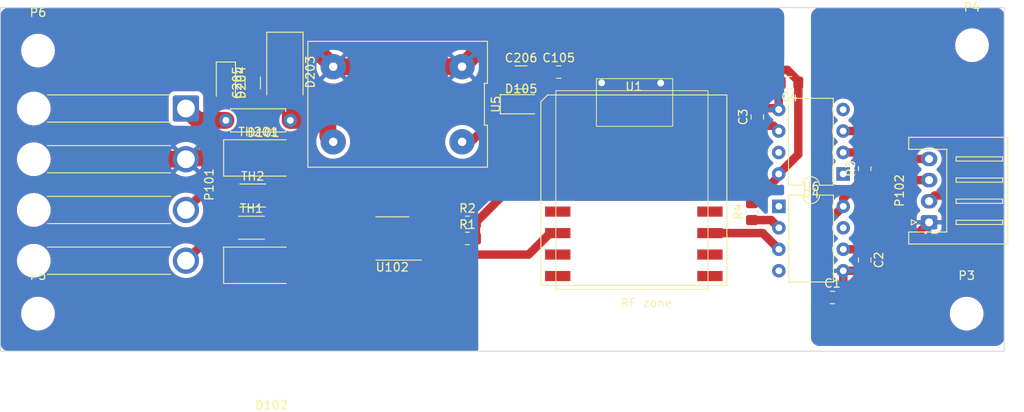
<source format=kicad_pcb>
(kicad_pcb (version 20221018) (generator pcbnew)
  (layers (0 "F.Cu" signal) (31 "B.Cu" signal) (34 "B.Paste" user) (35 "F.Paste" user) (36 "B.SilkS" user "B.Silkscreen") (37 "F.SilkS" user "F.Silkscreen") (38 "B.Mask" user) (39 "F.Mask" user) (44 "Edge.Cuts" user))
  (net 0 "")
  (net 1 "5V BMS")
  (net 2 "GND BMS")
  (net 3 "TX to BMS")
  (net 4 "GND")
  (net 5 "3v3")
  (net 6 "5V")
  (net 7 "Net-(D203-K)")
  (net 8 "5.8V")
  (net 9 "Net-(D101-K)")
  (net 10 "Net-(D102-K)")
  (net 11 "12v")
  (net 12 "CAN-H")
  (net 13 "CAN-L")
  (net 14 "RX from BMS")
  (net 15 "CAN-RX")
  (net 16 "Net-(U102-RXD)")
  (net 17 "Net-(U4-A)")
  (net 18 "Net-(U6-A)")
  (net 23 "CAN-TX")
  (net 36 "BMS-RX")
  (net 37 "BMS-TX")
  (footprint "MountingHole:MountingHole_3.5mm" (layer "F.Cu") (at 127.635 44.45)
    (fp_text reference "P4" (at 0 -4.5) (layer "F.SilkS"))
    (fp_text value "CONN_1")
    (pad "" np_thru_hole circle (at 0 0) (size 3.5 3.5) (drill 3.5) (layers "*.Cu" "*.Mask"))
  )
  (footprint "Resistor_THT:R_Axial_DIN0207_L6.3mm_D2.5mm_P7.62mm_Horizontal" (layer "F.Cu") (at 46.99 53.34 180)
    (fp_text reference "TH201" (at 3.81 -1.37) (layer "F.SilkS"))
    (fp_text value "500mA Thermistor")
    (fp_line (start 0.54 -1.37) (end 7.08 -1.37) (stroke (width 0.12)) (layer "F.SilkS"))
    (fp_line (start 0.54 -1.04) (end 0.54 -1.37) (stroke (width 0.12)) (layer "F.SilkS"))
    (fp_line (start 0.54 1.04) (end 0.54 1.37) (stroke (width 0.12)) (layer "F.SilkS"))
    (fp_line (start 0.54 1.37) (end 7.08 1.37) (stroke (width 0.12)) (layer "F.SilkS"))
    (fp_line (start 7.08 -1.37) (end 7.08 -1.04) (stroke (width 0.12)) (layer "F.SilkS"))
    (fp_line (start 7.08 1.37) (end 7.08 1.04) (stroke (width 0.12)) (layer "F.SilkS"))
    (pad "1" thru_hole circle (at 0 0 180) (size 1.6 1.6) (drill 0.8) (layers "*.Cu" "*.Mask") (net 7 "Net-(D203-K)"))
    (pad "2" thru_hole oval (at 7.62 0 180) (size 1.6 1.6) (drill 0.8) (layers "*.Cu" "*.Mask") (net 11 "12v"))
  )
  (footprint "Diode_SMD:D_SMB_Handsoldering" (layer "F.Cu") (at 43.815 70.485)
    (fp_text reference "D102" (at 0.9528 16.5326) (layer "F.SilkS"))
    (fp_text value "SMBJ30CA-TR TSV")
    (fp_line (start -4.71 -2.15) (end -4.71 2.15) (stroke (width 0.12)) (layer "F.SilkS"))
    (fp_line (start -4.71 -2.15) (end 2.7 -2.15) (stroke (width 0.12)) (layer "F.SilkS"))
    (fp_line (start -4.71 2.15) (end 2.7 2.15) (stroke (width 0.12)) (layer "F.SilkS"))
    (pad "1" smd roundrect (at -2.7 0) (size 3.5 2.3) (layers "F.Cu" "F.Paste" "F.Mask") (roundrect_rratio 0.1086956522) (net 4 "GND"))
    (pad "2" smd roundrect (at 2.7 0) (size 3.5 2.3) (layers "F.Cu" "F.Paste" "F.Mask") (roundrect_rratio 0.1086956522) (net 10 "Net-(D102-K)"))
  )
  (footprint "Capacitor_SMD:C_0805_2012Metric_Pad1.18x1.45mm_HandSolder" (layer "F.Cu") (at 114.935 69.85 -90)
    (fp_text reference "C2" (at 0 -1.68 90) (layer "F.SilkS"))
    (fp_text value "15pF")
    (fp_line (start -0.261252 -0.735) (end 0.261252 -0.735) (stroke (width 0.12)) (layer "F.SilkS"))
    (fp_line (start -0.261252 0.735) (end 0.261252 0.735) (stroke (width 0.12)) (layer "F.SilkS"))
    (pad "1" smd roundrect (at -1.0375 0 270) (size 1.175 1.45) (layers "F.Cu" "F.Paste" "F.Mask") (roundrect_rratio 0.212766) (net 3 "TX to BMS"))
    (pad "2" smd roundrect (at 1.0375 0 270) (size 1.175 1.45) (layers "F.Cu" "F.Paste" "F.Mask") (roundrect_rratio 0.212766) (net 2 "GND BMS"))
  )
  (footprint "Capacitor_SMD:C_1206_3216Metric_Pad1.33x1.80mm_HandSolder" (layer "F.Cu") (at 42.545 48.895 90)
    (fp_text reference "C205" (at 0 -1.85 90) (layer "F.SilkS"))
    (fp_text value "100uF")
    (fp_line (start -0.711252 -0.91) (end 0.711252 -0.91) (stroke (width 0.12)) (layer "F.SilkS"))
    (fp_line (start -0.711252 0.91) (end 0.711252 0.91) (stroke (width 0.12)) (layer "F.SilkS"))
    (pad "1" smd roundrect (at -1.5625 0 90) (size 1.325 1.8) (layers "F.Cu" "F.Paste" "F.Mask") (roundrect_rratio 0.188679) (net 7 "Net-(D203-K)"))
    (pad "2" smd roundrect (at 1.5625 0 90) (size 1.325 1.8) (layers "F.Cu" "F.Paste" "F.Mask") (roundrect_rratio 0.188679) (net 4 "GND"))
  )
  (footprint "Capacitor_SMD:C_0805_2012Metric_Pad1.18x1.45mm_HandSolder" (layer "F.Cu") (at 111.125 74.295)
    (fp_text reference "C1" (at 0 -1.68) (layer "F.SilkS"))
    (fp_text value "100nF")
    (fp_line (start -0.261252 -0.735) (end 0.261252 -0.735) (stroke (width 0.12)) (layer "F.SilkS"))
    (fp_line (start -0.261252 0.735) (end 0.261252 0.735) (stroke (width 0.12)) (layer "F.SilkS"))
    (pad "1" smd roundrect (at -1.0375 0) (size 1.175 1.45) (layers "F.Cu" "F.Paste" "F.Mask") (roundrect_rratio 0.212766) (net 1 "5V BMS"))
    (pad "2" smd roundrect (at 1.0375 0) (size 1.175 1.45) (layers "F.Cu" "F.Paste" "F.Mask") (roundrect_rratio 0.212766) (net 2 "GND BMS"))
  )
  (footprint "Package_SO:SOIC-8_3.9x4.9mm_P1.27mm" (layer "F.Cu") (at 59.055 67.31 180)
    (fp_text reference "U102" (at 0 -3.4) (layer "F.SilkS"))
    (fp_text value "TJA1050")
    (fp_line (start 0 -2.56) (end -3.45 -2.56) (stroke (width 0.12)) (layer "F.SilkS"))
    (fp_line (start 0 -2.56) (end 1.95 -2.56) (stroke (width 0.12)) (layer "F.SilkS"))
    (fp_line (start 0 2.56) (end -1.95 2.56) (stroke (width 0.12)) (layer "F.SilkS"))
    (fp_line (start 0 2.56) (end 1.95 2.56) (stroke (width 0.12)) (layer "F.SilkS"))
    (pad "1" smd roundrect (at -2.475 -1.905 180) (size 1.95 0.6) (layers "F.Cu" "F.Paste" "F.Mask") (net 23 "CAN-TX"))
    (pad "2" smd roundrect (at -2.475 -0.635 180) (size 1.95 0.6) (layers "F.Cu" "F.Paste" "F.Mask") (net 4 "GND"))
    (pad "3" smd roundrect (at -2.475 0.635 180) (size 1.95 0.6) (layers "F.Cu" "F.Paste" "F.Mask") (net 6 "5V"))
    (pad "4" smd roundrect (at -2.475 1.905 180) (size 1.95 0.6) (layers "F.Cu" "F.Paste" "F.Mask") (net 16 "Net-(U102-RXD)"))
    (pad "5" smd roundrect (at 2.475 1.905 180) (size 1.95 0.6) (layers "F.Cu" "F.Paste" "F.Mask"))
    (pad "6" smd roundrect (at 2.475 0.635 180) (size 1.95 0.6) (layers "F.Cu" "F.Paste" "F.Mask") (net 9 "Net-(D101-K)"))
    (pad "7" smd roundrect (at 2.475 -0.635 180) (size 1.95 0.6) (layers "F.Cu" "F.Paste" "F.Mask") (net 10 "Net-(D102-K)"))
    (pad "8" smd roundrect (at 2.475 -1.905 180) (size 1.95 0.6) (layers "F.Cu" "F.Paste" "F.Mask") (net 4 "GND"))
  )
  (footprint "Diode_SMD:D_1206_3216Metric_Pad1.42x1.75mm_HandSolder" (layer "F.Cu") (at 39.37 48.895 -90)
    (fp_text reference "D204" (at 0 -1.82 90) (layer "F.SilkS"))
    (fp_text value "1N5819")
    (fp_line (start -2.46 -1.135) (end -2.46 1.135) (stroke (width 0.12)) (layer "F.SilkS"))
    (fp_line (start -2.46 1.135) (end 1.6 1.135) (stroke (width 0.12)) (layer "F.SilkS"))
    (fp_line (start 1.6 -1.135) (end -2.46 -1.135) (stroke (width 0.12)) (layer "F.SilkS"))
    (pad "1" smd roundrect (at -1.4875 0 270) (size 1.425 1.75) (layers "F.Cu" "F.Paste" "F.Mask") (roundrect_rratio 0.175439) (net 4 "GND"))
    (pad "2" smd roundrect (at 1.4875 0 270) (size 1.425 1.75) (layers "F.Cu" "F.Paste" "F.Mask") (roundrect_rratio 0.175439) (net 7 "Net-(D203-K)"))
  )
  (footprint "Resistor_SMD:R_2010_5025Metric_Pad1.40x2.65mm_HandSolder" (layer "F.Cu") (at 42.545 62.23)
    (fp_text reference "TH2" (at 0 -2.28) (layer "F.SilkS"))
    (fp_text value "Thermistor")
    (fp_line (start -1.527064 -1.36) (end 1.527064 -1.36) (stroke (width 0.12)) (layer "F.SilkS"))
    (fp_line (start -1.527064 1.36) (end 1.527064 1.36) (stroke (width 0.12)) (layer "F.SilkS"))
    (pad "1" smd roundrect (at -2.4 0) (size 1.4 2.65) (layers "F.Cu" "F.Paste" "F.Mask") (roundrect_rratio 0.178571) (net 13 "CAN-L"))
    (pad "2" smd roundrect (at 2.4 0) (size 1.4 2.65) (layers "F.Cu" "F.Paste" "F.Mask") (roundrect_rratio 0.178571) (net 9 "Net-(D101-K)"))
  )
  (footprint "Resistor_SMD:R_0805_2012Metric_Pad1.20x1.40mm_HandSolder" (layer "F.Cu") (at 67.945 65.405)
    (fp_text reference "R2" (at 0 -1.65) (layer "F.SilkS"))
    (fp_text value "2.2K")
    (fp_line (start -0.227064 -0.735) (end 0.227064 -0.735) (stroke (width 0.12)) (layer "F.SilkS"))
    (fp_line (start -0.227064 0.735) (end 0.227064 0.735) (stroke (width 0.12)) (layer "F.SilkS"))
    (pad "1" smd roundrect (at -1 0) (size 1.2 1.4) (layers "F.Cu" "F.Paste" "F.Mask") (roundrect_rratio 0.208333) (net 16 "Net-(U102-RXD)"))
    (pad "2" smd roundrect (at 1 0) (size 1.2 1.4) (layers "F.Cu" "F.Paste" "F.Mask") (roundrect_rratio 0.208333) (net 15 "CAN-RX"))
  )
  (footprint "Diode_SMD:D_SMB_Handsoldering" (layer "F.Cu") (at 43.815 57.785)
    (fp_text reference "D101" (at 0 -3) (layer "F.SilkS"))
    (fp_text value "SMBJ30CA-TR TSV")
    (fp_line (start -4.71 -2.15) (end -4.71 2.15) (stroke (width 0.12)) (layer "F.SilkS"))
    (fp_line (start -4.71 -2.15) (end 2.7 -2.15) (stroke (width 0.12)) (layer "F.SilkS"))
    (fp_line (start -4.71 2.15) (end 2.7 2.15) (stroke (width 0.12)) (layer "F.SilkS"))
    (pad "1" smd roundrect (at -2.7 0) (size 3.5 2.3) (layers "F.Cu" "F.Paste" "F.Mask") (roundrect_rratio 0.1086956522) (net 4 "GND"))
    (pad "2" smd roundrect (at 2.7 0) (size 3.5 2.3) (layers "F.Cu" "F.Paste" "F.Mask") (roundrect_rratio 0.1086956522) (net 9 "Net-(D101-K)"))
  )
  (footprint "Resistor_SMD:R_2010_5025Metric_Pad1.40x2.65mm_HandSolder" (layer "F.Cu") (at 42.405 66.04)
    (fp_text reference "TH1" (at 0 -2.28) (layer "F.SilkS"))
    (fp_text value "Thermistor")
    (fp_line (start -1.527064 -1.36) (end 1.527064 -1.36) (stroke (width 0.12)) (layer "F.SilkS"))
    (fp_line (start -1.527064 1.36) (end 1.527064 1.36) (stroke (width 0.12)) (layer "F.SilkS"))
    (pad "1" smd roundrect (at -2.4 0) (size 1.4 2.65) (layers "F.Cu" "F.Paste" "F.Mask") (roundrect_rratio 0.178571) (net 12 "CAN-H"))
    (pad "2" smd roundrect (at 2.4 0) (size 1.4 2.65) (layers "F.Cu" "F.Paste" "F.Mask") (roundrect_rratio 0.178571) (net 10 "Net-(D102-K)"))
  )
  (footprint "Package_DIP:DIP-8_W7.62mm" (layer "F.Cu") (at 104.785 63.51)
    (fp_text reference "U6" (at 3.81 -2.33) (layer "F.SilkS"))
    (fp_text value "6N137")
    (fp_line (start 1.16 -1.33) (end 1.16 8.95) (stroke (width 0.12)) (layer "F.SilkS"))
    (fp_line (start 1.16 8.95) (end 6.46 8.95) (stroke (width 0.12)) (layer "F.SilkS"))
    (fp_line (start 2.81 -1.33) (end 1.16 -1.33) (stroke (width 0.12)) (layer "F.SilkS"))
    (fp_line (start 6.46 -1.33) (end 4.81 -1.33) (stroke (width 0.12)) (layer "F.SilkS"))
    (fp_line (start 6.46 8.95) (end 6.46 -1.33) (stroke (width 0.12)) (layer "F.SilkS"))
    (fp_arc (start 4.81 -1.33) (mid 3.81 -0.33) (end 2.81 -1.33) (stroke (width 0.12)) (layer "F.SilkS"))
    (pad "1" thru_hole rect (at 0 0) (size 1.6 1.6) (drill 0.8) (layers "*.Cu" "*.Mask"))
    (pad "2" thru_hole oval (at 0 2.54) (size 1.6 1.6) (drill 0.8) (layers "*.Cu" "*.Mask") (net 18 "Net-(U6-A)"))
    (pad "3" thru_hole oval (at 0 5.08) (size 1.6 1.6) (drill 0.8) (layers "*.Cu" "*.Mask") (net 37 "BMS-TX"))
    (pad "4" thru_hole oval (at 0 7.62) (size 1.6 1.6) (drill 0.8) (layers "*.Cu" "*.Mask"))
    (pad "5" thru_hole oval (at 7.62 7.62) (size 1.6 1.6) (drill 0.8) (layers "*.Cu" "*.Mask") (net 2 "GND BMS"))
    (pad "6" thru_hole oval (at 7.62 5.08) (size 1.6 1.6) (drill 0.8) (layers "*.Cu" "*.Mask") (net 3 "TX to BMS"))
    (pad "7" thru_hole oval (at 7.62 2.54) (size 1.6 1.6) (drill 0.8) (layers "*.Cu" "*.Mask"))
    (pad "8" thru_hole oval (at 7.62 0) (size 1.6 1.6) (drill 0.8) (layers "*.Cu" "*.Mask") (net 1 "5V BMS"))
  )
  (footprint "MountingHole:MountingHole_3.5mm" (layer "F.Cu") (at 127 76.2)
    (fp_text reference "P3" (at 0 -4.5) (layer "F.SilkS"))
    (fp_text value "CONN_1")
    (pad "" np_thru_hole circle (at 0 0) (size 3.5 3.5) (drill 3.5) (layers "*.Cu" "*.Mask"))
  )
  (footprint "Diode_SMD:D_SMB_Handsoldering" (layer "F.Cu") (at 46.355 47.625 -90)
    (fp_text reference "D203" (at 0 -3 -90) (layer "F.SilkS"))
    (fp_text value "SMBJ30CA-TR TSV")
    (fp_line (start -4.71 -2.15) (end -4.71 2.15) (stroke (width 0.12)) (layer "F.SilkS"))
    (fp_line (start -4.71 -2.15) (end 2.7 -2.15) (stroke (width 0.12)) (layer "F.SilkS"))
    (fp_line (start -4.71 2.15) (end 2.7 2.15) (stroke (width 0.12)) (layer "F.SilkS"))
    (pad "1" smd roundrect (at -2.7 0 270) (size 3.5 2.3) (layers "F.Cu" "F.Paste" "F.Mask") (roundrect_rratio 0.1086956522) (net 4 "GND"))
    (pad "2" smd roundrect (at 2.7 0 270) (size 3.5 2.3) (layers "F.Cu" "F.Paste" "F.Mask") (roundrect_rratio 0.1086956522) (net 7 "Net-(D203-K)"))
  )
  (footprint "Capacitor_SMD:C_0805_2012Metric_Pad1.18x1.45mm_HandSolder" (layer "F.Cu") (at 102.235 52.9375 90)
    (fp_text reference "C3" (at 0 -1.68 90) (layer "F.SilkS"))
    (fp_text value "15pF")
    (fp_line (start -0.261252 -0.735) (end 0.261252 -0.735) (stroke (width 0.12)) (layer "F.SilkS"))
    (fp_line (start -0.261252 0.735) (end 0.261252 0.735) (stroke (width 0.12)) (layer "F.SilkS"))
    (pad "1" smd roundrect (at -1.0375 0 90) (size 1.175 1.45) (layers "F.Cu" "F.Paste" "F.Mask") (roundrect_rratio 0.212766) (net 36 "BMS-RX"))
    (pad "2" smd roundrect (at 1.0375 0 90) (size 1.175 1.45) (layers "F.Cu" "F.Paste" "F.Mask") (roundrect_rratio 0.212766) (net 4 "GND"))
  )
  (footprint "Connector_Wire:SolderWire-1.5sqmm_1x04_P6mm_D1.7mm_OD3mm_Relief" (layer "F.Cu") (at 34.6456 51.9374 -90)
    (fp_text reference "P101" (at 9 -2.75 90) (layer "F.SilkS"))
    (fp_text value "CAN")
    (fp_line (start -1.61 1.81) (end -1.61 16.39) (stroke (width 0.12)) (layer "F.SilkS"))
    (fp_line (start 1.61 1.81) (end 1.61 16.39) (stroke (width 0.12)) (layer "F.SilkS"))
    (fp_line (start 4.39 1.81) (end 4.39 16.39) (stroke (width 0.12)) (layer "F.SilkS"))
    (fp_line (start 7.61 1.81) (end 7.61 16.39) (stroke (width 0.12)) (layer "F.SilkS"))
    (fp_line (start 10.39 1.81) (end 10.39 16.39) (stroke (width 0.12)) (layer "F.SilkS"))
    (fp_line (start 13.61 1.81) (end 13.61 16.39) (stroke (width 0.12)) (layer "F.SilkS"))
    (fp_line (start 16.39 1.81) (end 16.39 16.39) (stroke (width 0.12)) (layer "F.SilkS"))
    (fp_line (start 19.61 1.81) (end 19.61 16.39) (stroke (width 0.12)) (layer "F.SilkS"))
    (pad "" np_thru_hole circle (at 0 18 270) (size 3.5 3.5) (drill 3.5) (layers "*.Cu" "*.Mask"))
    (pad "" np_thru_hole circle (at 6 18 270) (size 3.5 3.5) (drill 3.5) (layers "*.Cu" "*.Mask"))
    (pad "" np_thru_hole circle (at 12 18 270) (size 3.5 3.5) (drill 3.5) (layers "*.Cu" "*.Mask"))
    (pad "" np_thru_hole circle (at 18 18 270) (size 3.5 3.5) (drill 3.5) (layers "*.Cu" "*.Mask"))
    (pad "1" thru_hole roundrect (at 0 0 270) (size 3.1 3.1) (drill 2.1) (layers "*.Cu" "*.Mask") (roundrect_rratio 0.080645) (net 11 "12v"))
    (pad "2" thru_hole circle (at 6 0 270) (size 3.1 3.1) (drill 2.1) (layers "*.Cu" "*.Mask") (net 4 "GND"))
    (pad "3" thru_hole circle (at 12 0 270) (size 3.1 3.1) (drill 2.1) (layers "*.Cu" "*.Mask") (net 13 "CAN-L"))
    (pad "4" thru_hole circle (at 18 0 270) (size 3.1 3.1) (drill 2.1) (layers "*.Cu" "*.Mask") (net 12 "CAN-H"))
  )
  (footprint "Resistor_SMD:R_0805_2012Metric_Pad1.20x1.40mm_HandSolder" (layer "F.Cu") (at 67.945 67.31)
    (fp_text reference "R1" (at 0 -1.65) (layer "F.SilkS"))
    (fp_text value "3.3K")
    (fp_line (start -0.227064 -0.735) (end 0.227064 -0.735) (stroke (width 0.12)) (layer "F.SilkS"))
    (fp_line (start -0.227064 0.735) (end 0.227064 0.735) (stroke (width 0.12)) (layer "F.SilkS"))
    (pad "1" smd roundrect (at -1 0) (size 1.2 1.4) (layers "F.Cu" "F.Paste" "F.Mask") (roundrect_rratio 0.208333) (net 4 "GND"))
    (pad "2" smd roundrect (at 1 0) (size 1.2 1.4) (layers "F.Cu" "F.Paste" "F.Mask") (roundrect_rratio 0.208333) (net 15 "CAN-RX"))
  )
  (footprint "iebSpecials:ESP-C3-Zero-Waveshare" (layer "F.Cu") (at 78.38 51.395)
    (fp_text reference "U1" (at 9.25 -2.06) (layer "F.SilkS"))
    (fp_text value "ESP32-C3-Waveshare")
    (fp_text user "RF zone" (at 7.62 24.13 unlocked) (layer "F.SilkS") (effects (font (thickness 0.1)) (justify left bottom)))
    (fp_line (start -1.75 -0.26) (end -0.95 -1.06) (stroke (width 0.12)) (layer "F.SilkS"))
    (fp_line (start -1.75 21.46) (end -1.75 -0.26) (stroke (width 0.12)) (layer "F.SilkS"))
    (fp_line (start -0.95 -1.06) (end 20.25 -1.06) (stroke (width 0.12)) (layer "F.SilkS"))
    (fp_line (start 20.25 -1.06) (end 20.25 21.46) (stroke (width 0.12)) (layer "F.SilkS"))
    (fp_line (start 20.25 21.46) (end -1.75 21.46) (stroke (width 0.12)) (layer "F.SilkS"))
    (fp_rect (start 0.02 -1.57) (end 18.02 21.93) (stroke (width 0.1)) (fill none) (layer "F.SilkS"))
    (fp_rect (start 4.82 -2.99) (end 13.85 2.65) (stroke (width 0.1)) (fill none) (layer "F.SilkS"))
    (pad "1" smd rect (at 0.25 0.04 270) (size 1.2 3) (layers "F.Cu" "F.Paste" "F.Mask") (net 6 "5V"))
    (pad "2" smd rect (at 0.25 2.58 270) (size 1.2 3) (layers "F.Cu" "F.Paste" "F.Mask") (net 4 "GND"))
    (pad "3" smd rect (at 0.25 5.12 270) (size 1.2 3) (layers "F.Cu" "F.Paste" "F.Mask") (net 5 "3v3"))
    (pad "4" smd rect (at 0.25 7.66 270) (size 1.2 3) (layers "F.Cu" "F.Paste" "F.Mask"))
    (pad "5" smd rect (at 0.25 10.2 270) (size 1.2 3) (layers "F.Cu" "F.Paste" "F.Mask") (net 15 "CAN-RX"))
    (pad "6" smd rect (at 0.25 12.74 270) (size 1.2 3) (layers "F.Cu" "F.Paste" "F.Mask"))
    (pad "7" smd rect (at 0.25 15.28 270) (size 1.2 3) (layers "F.Cu" "F.Paste" "F.Mask") (net 23 "CAN-TX"))
    (pad "8" smd rect (at 0.25 17.82 270) (size 1.2 3) (layers "F.Cu" "F.Paste" "F.Mask"))
    (pad "9" smd rect (at 0.25 20.36 270) (size 1.2 3) (layers "F.Cu" "F.Paste" "F.Mask"))
    (pad "10" smd rect (at 18.25 20.36 270) (size 1.2 3) (layers "F.Cu" "F.Paste" "F.Mask"))
    (pad "11" smd rect (at 18.25 17.82 270) (size 1.2 3) (layers "F.Cu" "F.Paste" "F.Mask"))
    (pad "12" smd rect (at 18.25 15.28 270) (size 1.2 3) (layers "F.Cu" "F.Paste" "F.Mask") (net 37 "BMS-TX"))
    (pad "13" smd rect (at 18.25 12.74 270) (size 1.2 3) (layers "F.Cu" "F.Paste" "F.Mask"))
    (pad "14" smd rect (at 18.25 10.2 270) (size 1.2 3) (layers "F.Cu" "F.Paste" "F.Mask") (net 36 "BMS-RX"))
    (pad "15" smd rect (at 18.25 7.66 270) (size 1.2 3) (layers "F.Cu" "F.Paste" "F.Mask"))
    (pad "16" smd rect (at 18.25 5.12 270) (size 1.2 3) (layers "F.Cu" "F.Paste" "F.Mask"))
    (pad "17" smd rect (at 18.25 2.58 270) (size 1.2 3) (layers "F.Cu" "F.Paste" "F.Mask"))
    (pad "18" smd rect (at 18.25 0.04 270) (size 1.2 3) (layers "F.Cu" "F.Paste" "F.Mask"))
  )
  (footprint "Diode_SMD:D_1206_3216Metric_Pad1.42x1.75mm_HandSolder" (layer "F.Cu") (at 74.295 51.435)
    (fp_text reference "D105" (at 0 -1.82) (layer "F.SilkS"))
    (fp_text value "1N5819")
    (fp_line (start -2.46 -1.135) (end -2.46 1.135) (stroke (width 0.12)) (layer "F.SilkS"))
    (fp_line (start -2.46 1.135) (end 1.6 1.135) (stroke (width 0.12)) (layer "F.SilkS"))
    (fp_line (start 1.6 -1.135) (end -2.46 -1.135) (stroke (width 0.12)) (layer "F.SilkS"))
    (pad "1" smd roundrect (at -1.4875 0) (size 1.425 1.75) (layers "F.Cu" "F.Paste" "F.Mask") (roundrect_rratio 0.175439) (net 8 "5.8V"))
    (pad "2" smd roundrect (at 1.4875 0) (size 1.425 1.75) (layers "F.Cu" "F.Paste" "F.Mask") (roundrect_rratio 0.175439) (net 6 "5V"))
  )
  (footprint "MountingHole:MountingHole_3.5mm" (layer "F.Cu") (at 17.145 76.2)
    (fp_text reference "P5" (at 0 -4.5) (layer "F.SilkS"))
    (fp_text value "CONN_1")
    (pad "" np_thru_hole circle (at 0 0) (size 3.5 3.5) (drill 3.5) (layers "*.Cu" "*.Mask"))
  )
  (footprint "Connector_JST:JST_XH_S4B-XH-A_1x04_P2.50mm_Horizontal" (layer "F.Cu") (at 122.555 65.405 90)
    (fp_text reference "P102" (at 3.75 -3.5 90) (layer "F.SilkS"))
    (fp_text value "RS485")
    (fp_line (start -2.56 -2.41) (end -1.14 -2.41) (stroke (width 0.12)) (layer "F.SilkS"))
    (fp_line (start -2.56 9.31) (end -2.56 -2.41) (stroke (width 0.12)) (layer "F.SilkS"))
    (fp_line (start -1.14 -2.41) (end -1.14 2.09) (stroke (width 0.12)) (layer "F.SilkS"))
    (fp_line (start -1.14 2.09) (end 3.75 2.09) (stroke (width 0.12)) (layer "F.SilkS"))
    (fp_line (start -0.3 -2.1) (end 0.3 -2.1) (stroke (width 0.12)) (layer "F.SilkS"))
    (fp_line (start -0.25 3.2) (end -0.25 8.7) (stroke (width 0.12)) (layer "F.SilkS"))
    (fp_line (start -0.25 8.7) (end 0.25 8.7) (stroke (width 0.12)) (layer "F.SilkS"))
    (fp_line (start 0 -1.5) (end -0.3 -2.1) (stroke (width 0.12)) (layer "F.SilkS"))
    (fp_line (start 0.25 3.2) (end -0.25 3.2) (stroke (width 0.12)) (layer "F.SilkS"))
    (fp_line (start 0.25 8.7) (end 0.25 3.2) (stroke (width 0.12)) (layer "F.SilkS"))
    (fp_line (start 0.3 -2.1) (end 0 -1.5) (stroke (width 0.12)) (layer "F.SilkS"))
    (fp_line (start 2.25 3.2) (end 2.25 8.7) (stroke (width 0.12)) (layer "F.SilkS"))
    (fp_line (start 2.25 8.7) (end 2.75 8.7) (stroke (width 0.12)) (layer "F.SilkS"))
    (fp_line (start 2.75 3.2) (end 2.25 3.2) (stroke (width 0.12)) (layer "F.SilkS"))
    (fp_line (start 2.75 8.7) (end 2.75 3.2) (stroke (width 0.12)) (layer "F.SilkS"))
    (fp_line (start 3.75 9.31) (end -2.56 9.31) (stroke (width 0.12)) (layer "F.SilkS"))
    (fp_line (start 3.75 9.31) (end 10.06 9.31) (stroke (width 0.12)) (layer "F.SilkS"))
    (fp_line (start 4.75 3.2) (end 4.75 8.7) (stroke (width 0.12)) (layer "F.SilkS"))
    (fp_line (start 4.75 8.7) (end 5.25 8.7) (stroke (width 0.12)) (layer "F.SilkS"))
    (fp_line (start 5.25 3.2) (end 4.75 3.2) (stroke (width 0.12)) (layer "F.SilkS"))
    (fp_line (start 5.25 8.7) (end 5.25 3.2) (stroke (width 0.12)) (layer "F.SilkS"))
    (fp_line (start 7.25 3.2) (end 7.25 8.7) (stroke (width 0.12)) (layer "F.SilkS"))
    (fp_line (start 7.25 8.7) (end 7.75 8.7) (stroke (width 0.12)) (layer "F.SilkS"))
    (fp_line (start 7.75 3.2) (end 7.25 3.2) (stroke (width 0.12)) (layer "F.SilkS"))
    (fp_line (start 7.75 8.7) (end 7.75 3.2) (stroke (width 0.12)) (layer "F.SilkS"))
    (fp_line (start 8.64 -2.41) (end 8.64 2.09) (stroke (width 0.12)) (layer "F.SilkS"))
    (fp_line (start 8.64 2.09) (end 3.75 2.09) (stroke (width 0.12)) (layer "F.SilkS"))
    (fp_line (start 10.06 -2.41) (end 8.64 -2.41) (stroke (width 0.12)) (layer "F.SilkS"))
    (fp_line (start 10.06 9.31) (end 10.06 -2.41) (stroke (width 0.12)) (layer "F.SilkS"))
    (pad "1" thru_hole roundrect (at 0 0 90) (size 1.7 1.95) (drill 0.95) (layers "*.Cu" "*.Mask") (roundrect_rratio 0.147059) (net 2 "GND BMS"))
    (pad "2" thru_hole oval (at 2.5 0 90) (size 1.7 1.95) (drill 0.95) (layers "*.Cu" "*.Mask") (net 14 "RX from BMS"))
    (pad "3" thru_hole oval (at 5 0 90) (size 1.7 1.95) (drill 0.95) (layers "*.Cu" "*.Mask") (net 3 "TX to BMS"))
    (pad "4" thru_hole oval (at 7.5 0 90) (size 1.7 1.95) (drill 0.95) (layers "*.Cu" "*.Mask") (net 1 "5V BMS"))
  )
  (footprint "MountingHole:MountingHole_3.5mm" (layer "F.Cu") (at 17.145 45.085)
    (fp_text reference "P6" (at 0 -4.5) (layer "F.SilkS"))
    (fp_text value "CONN_1")
    (pad "" np_thru_hole circle (at 0 0) (size 3.5 3.5) (drill 3.5) (layers "*.Cu" "*.Mask"))
  )
  (footprint "Resistor_SMD:R_0805_2012Metric_Pad1.20x1.40mm_HandSolder" (layer "F.Cu") (at 114.935 59.055 90)
    (fp_text reference "R3" (at 0 -1.65 90) (layer "F.SilkS"))
    (fp_text value "4K7")
    (fp_line (start -0.227064 -0.735) (end 0.227064 -0.735) (stroke (width 0.12)) (layer "F.SilkS"))
    (fp_line (start -0.227064 0.735) (end 0.227064 0.735) (stroke (width 0.12)) (layer "F.SilkS"))
    (pad "1" smd roundrect (at -1 0 90) (size 1.2 1.4) (layers "F.Cu" "F.Paste" "F.Mask") (roundrect_rratio 0.208333) (net 1 "5V BMS"))
    (pad "2" smd roundrect (at 1 0 90) (size 1.2 1.4) (layers "F.Cu" "F.Paste" "F.Mask") (roundrect_rratio 0.208333) (net 17 "Net-(U4-A)"))
  )
  (footprint "Capacitor_SMD:C_0805_2012Metric_Pad1.18x1.45mm_HandSolder" (layer "F.Cu") (at 106.045 48.895 180)
    (fp_text reference "C4" (at 0 -1.68) (layer "F.SilkS"))
    (fp_text value "100nF")
    (fp_line (start -0.261252 -0.735) (end 0.261252 -0.735) (stroke (width 0.12)) (layer "F.SilkS"))
    (fp_line (start -0.261252 0.735) (end 0.261252 0.735) (stroke (width 0.12)) (layer "F.SilkS"))
    (pad "1" smd roundrect (at -1.0375 0 180) (size 1.175 1.45) (layers "F.Cu" "F.Paste" "F.Mask") (roundrect_rratio 0.212766) (net 5 "3v3"))
    (pad "2" smd roundrect (at 1.0375 0 180) (size 1.175 1.45) (layers "F.Cu" "F.Paste" "F.Mask") (roundrect_rratio 0.212766) (net 4 "GND"))
  )
  (footprint "Capacitor_SMD:C_1210_3225Metric_Pad1.33x2.70mm_HandSolder" (layer "F.Cu") (at 74.295 48.26)
    (fp_text reference "C206" (at 0 -2.3) (layer "F.SilkS"))
    (fp_text value "1uF")
    (fp_line (start -0.711252 -1.36) (end 0.711252 -1.36) (stroke (width 0.12)) (layer "F.SilkS"))
    (fp_line (start -0.711252 1.36) (end 0.711252 1.36) (stroke (width 0.12)) (layer "F.SilkS"))
    (pad "1" smd roundrect (at -1.5625 0) (size 1.325 2.7) (layers "F.Cu" "F.Paste" "F.Mask") (roundrect_rratio 0.188679) (net 8 "5.8V"))
    (pad "2" smd roundrect (at 1.5625 0) (size 1.325 2.7) (layers "F.Cu" "F.Paste" "F.Mask") (roundrect_rratio 0.188679) (net 4 "GND"))
  )
  (footprint "Package_DIP:DIP-8_W7.62mm" (layer "F.Cu") (at 112.385 59.68 180)
    (fp_text reference "U4" (at 3.81 -2.33) (layer "F.SilkS"))
    (fp_text value "6N137")
    (fp_line (start 1.16 -1.33) (end 1.16 8.95) (stroke (width 0.12)) (layer "F.SilkS"))
    (fp_line (start 1.16 8.95) (end 6.46 8.95) (stroke (width 0.12)) (layer "F.SilkS"))
    (fp_line (start 2.81 -1.33) (end 1.16 -1.33) (stroke (width 0.12)) (layer "F.SilkS"))
    (fp_line (start 6.46 -1.33) (end 4.81 -1.33) (stroke (width 0.12)) (layer "F.SilkS"))
    (fp_line (start 6.46 8.95) (end 6.46 -1.33) (stroke (width 0.12)) (layer "F.SilkS"))
    (fp_arc (start 4.81 -1.33) (mid 3.81 -0.33) (end 2.81 -1.33) (stroke (width 0.12)) (layer "F.SilkS"))
    (pad "1" thru_hole rect (at 0 0 180) (size 1.6 1.6) (drill 0.8) (layers "*.Cu" "*.Mask"))
    (pad "2" thru_hole oval (at 0 2.54 180) (size 1.6 1.6) (drill 0.8) (layers "*.Cu" "*.Mask") (net 17 "Net-(U4-A)"))
    (pad "3" thru_hole oval (at 0 5.08 180) (size 1.6 1.6) (drill 0.8) (layers "*.Cu" "*.Mask") (net 14 "RX from BMS"))
    (pad "4" thru_hole oval (at 0 7.62 180) (size 1.6 1.6) (drill 0.8) (layers "*.Cu" "*.Mask"))
    (pad "5" thru_hole oval (at 7.62 7.62 180) (size 1.6 1.6) (drill 0.8) (layers "*.Cu" "*.Mask") (net 4 "GND"))
    (pad "6" thru_hole oval (at 7.62 5.08 180) (size 1.6 1.6) (drill 0.8) (layers "*.Cu" "*.Mask") (net 36 "BMS-RX"))
    (pad "7" thru_hole oval (at 7.62 2.54 180) (size 1.6 1.6) (drill 0.8) (layers "*.Cu" "*.Mask"))
    (pad "8" thru_hole oval (at 7.62 0 180) (size 1.6 1.6) (drill 0.8) (layers "*.Cu" "*.Mask") (net 5 "3v3"))
  )
  (footprint "iebSpecials:Mini360 DCDCConverter" (layer "F.Cu") (at 59.69 51.435 180)
    (fp_text reference "U5" (at -11.62 0 90) (layer "F.SilkS"))
    (fp_text value "DCDCConverter")
    (fp_line (start -10.62 -7.445) (end -10.62 -2.481666) (stroke (width 0.12)) (layer "F.SilkS"))
    (fp_line (start -10.62 -2.481666) (end -10.26 -2.481666) (stroke (width 0.12)) (layer "F.SilkS"))
    (fp_line (start -10.62 2.481666) (end -10.62 7.444999) (stroke (width 0.12)) (layer "F.SilkS"))
    (fp_line (start -10.62 7.444999) (end 10.62 7.445) (stroke (width 0.12)) (layer "F.SilkS"))
    (fp_line (start -10.26 -2.481666) (end -10.26 2.481666) (stroke (width 0.12)) (layer "F.SilkS"))
    (fp_line (start -10.26 2.481666) (end -10.62 2.481666) (stroke (width 0.12)) (layer "F.SilkS"))
    (fp_line (start 10.62 -7.444999) (end -10.62 -7.445) (stroke (width 0.12)) (layer "F.SilkS"))
    (fp_line (start 10.62 7.445) (end 10.62 -7.444999) (stroke (width 0.12)) (layer "F.SilkS"))
    (pad "1" thru_hole circle (at 7.62 -4.445 180) (size 3 3) (drill 1) (layers "*.Cu" "*.Mask") (net 7 "Net-(D203-K)"))
    (pad "2" thru_hole circle (at 7.62 4.445 180) (size 3 3) (drill 1) (layers "*.Cu" "*.Mask") (net 4 "GND"))
    (pad "3" thru_hole circle (at -7.62 -4.445 180) (size 3 3) (drill 1) (layers "*.Cu" "*.Mask") (net 8 "5.8V"))
    (pad "4" thru_hole circle (at -7.62 4.445 180) (size 3 3) (drill 1) (layers "*.Cu" "*.Mask") (net 4 "GND"))
  )
  (footprint "Resistor_SMD:R_0805_2012Metric_Pad1.20x1.40mm_HandSolder" (layer "F.Cu") (at 101.6 64.135 90)
    (fp_text reference "R4" (at 0 -1.65 90) (layer "F.SilkS"))
    (fp_text value "3K3")
    (fp_line (start -0.227064 -0.735) (end 0.227064 -0.735) (stroke (width 0.12)) (layer "F.SilkS"))
    (fp_line (start -0.227064 0.735) (end 0.227064 0.735) (stroke (width 0.12)) (layer "F.SilkS"))
    (pad "1" smd roundrect (at -1 0 90) (size 1.2 1.4) (layers "F.Cu" "F.Paste" "F.Mask") (roundrect_rratio 0.208333) (net 18 "Net-(U6-A)"))
    (pad "2" smd roundrect (at 1 0 90) (size 1.2 1.4) (layers "F.Cu" "F.Paste" "F.Mask") (roundrect_rratio 0.208333) (net 5 "3v3"))
  )
  (footprint "Capacitor_SMD:C_0805_2012Metric_Pad1.18x1.45mm_HandSolder" (layer "F.Cu") (at 78.74 47.625)
    (fp_text reference "C105" (at 0 -1.68) (layer "F.SilkS"))
    (fp_text value "100nF")
    (fp_line (start -0.261252 -0.735) (end 0.261252 -0.735) (stroke (width 0.12)) (layer "F.SilkS"))
    (fp_line (start -0.261252 0.735) (end 0.261252 0.735) (stroke (width 0.12)) (layer "F.SilkS"))
    (pad "1" smd roundrect (at -1.0375 0) (size 1.175 1.45) (layers "F.Cu" "F.Paste" "F.Mask") (roundrect_rratio 0.212766) (net 4 "GND"))
    (pad "2" smd roundrect (at 1.0375 0) (size 1.175 1.45) (layers "F.Cu" "F.Paste" "F.Mask") (roundrect_rratio 0.212766) (net 6 "5V"))
  )
  (gr_rect (start 12.7 40.005) (end 131.445 80.645) (stroke (width 0.1)) (fill none) (layer "Edge.Cuts"))
  (gr_text "12V" (at 20.32 53.34) (layer "F.Cu") (effects (font (size 2 2) (thickness 0.3)) (justify left bottom)))
  (gr_text "MBS Uart" (at 119.38 52.07) (layer "F.Cu") (effects (font (size 1.5 1.5) (thickness 0.3) bold) (justify left bottom)))
  (gr_text "0V" (at 20.32 59.055) (layer "F.Cu") (effects (font (size 2 2) (thickness 0.3)) (justify left bottom)))
  (gr_text "CanL" (at 20.32 65.405) (layer "F.Cu") (effects (font (size 2 2) (thickness 0.3)) (justify left bottom)))
  (gr_text "CanH" (at 20.32 71.12) (layer "F.Cu") (effects (font (size 2 2) (thickness 0.3)) (justify left bottom)))
  (segment (start 112.405 62.585) (end 114.935 60.055) (width 1) (layer "F.Cu") (net 1))
  (segment (start 112.405 63.51) (end 110.0875 65.8275) (width 1) (layer "F.Cu") (net 1))
  (segment (start 110.0875 65.8275) (end 110.0875 74.295) (width 1) (layer "F.Cu") (net 1))
  (segment (start 118.446522 60.055) (end 120.596522 57.905) (width 1) (layer "F.Cu") (net 1))
  (segment (start 112.405 63.51) (end 112.405 62.585) (width 1) (layer "F.Cu") (net 1))
  (segment (start 120.596522 57.905) (end 122.555 57.905) (width 1) (layer "F.Cu") (net 1))
  (segment (start 114.935 60.055) (end 118.446522 60.055) (width 1) (layer "F.Cu") (net 1))
  (segment (start 114.935 70.8875) (end 117.0725 70.8875) (width 1) (layer "F.Cu") (net 2))
  (segment (start 114.6925 71.13) (end 114.935 70.8875) (width 1) (layer "F.Cu") (net 2))
  (segment (start 117.0725 70.8875) (end 122.555 65.405) (width 1) (layer "F.Cu") (net 2))
  (segment (start 112.405 71.13) (end 114.6925 71.13) (width 1) (layer "F.Cu") (net 2))
  (segment (start 112.405 74.0525) (end 112.1625 74.295) (width 1) (layer "F.Cu") (net 2))
  (segment (start 112.405 71.13) (end 112.405 74.0525) (width 1) (layer "F.Cu") (net 2))
  (segment (start 112.405 68.59) (end 114.7125 68.59) (width 1) (layer "F.Cu") (net 3))
  (segment (start 114.935 65.405) (end 119.935 60.405) (width 1) (layer "F.Cu") (net 3))
  (segment (start 119.935 60.405) (end 122.555 60.405) (width 1) (layer "F.Cu") (net 3))
  (segment (start 114.7125 68.59) (end 114.935 68.8125) (width 1) (layer "F.Cu") (net 3))
  (segment (start 114.935 68.8125) (end 114.935 65.405) (width 1) (layer "F.Cu") (net 3))
  (segment (start 67.31 46.99) (end 68.81 45.49) (width 2) (layer "F.Cu") (net 4))
  (segment (start 81.28 47.625) (end 81.28 52.225) (width 1) (layer "F.Cu") (net 4))
  (segment (start 38.8376 72.2874) (end 38.1 73.025) (width 1) (layer "F.Cu") (net 4))
  (segment (start 66.34 67.915) (end 61.56 67.915) (width 1) (layer "F.Cu") (net 4))
  (segment (start 41.115 70.485) (end 39.3126 72.2874) (width 2) (layer "F.Cu") (net 4))
  (segment (start 104.765 49.1375) (end 105.0075 48.895) (width 1) (layer "F.Cu") (net 4))
  (segment (start 47.275 45.585) (end 47.275 45.625) (width 2) (layer "F.Cu") (net 4))
  (segment (start 46.355 44.925) (end 44.9525 44.925) (width 2) (layer "F.Cu") (net 4))
  (segment (start 68.81 45.49) (end 75.5675 45.49) (width 2) (layer "F.Cu") (net 4))
  (segment (start 31.115 58.42) (end 30.6324 57.9374) (width 1) (layer "F.Cu") (net 4))
  (segment (start 53.915 69.275) (end 56.58 69.275) (width 1) (layer "F.Cu") (net 4))
  (segment (start 39.3126 72.2874) (end 38.8376 72.2874) (width 2) (layer "F.Cu") (net 4))
  (segment (start 80.549924 46.1) (end 81.28 46.830076) (width 1) (layer "F.Cu") (net 4))
  (segment (start 79.005076 46.1) (end 80.549924 46.1) (width 1) (layer "F.Cu") (net 4))
  (segment (start 38.1 73.025) (end 31.115 73.025) (width 2) (layer "F.Cu") (net 4))
  (segment (start 59.352918 69.215) (end 60.622918 67.945) (width 0.8) (layer "F.Cu") (net 4))
  (segment (start 104.605 51.9) (end 104.765 52.06) (width 1) (layer "F.Cu") (net 4))
  (segment (start 49.53 73.66) (end 53.915 69.275) (width 1) (layer "F.Cu") (net 4))
  (segment (start 40.2102 73.66) (end 49.53 73.66) (width 1) (layer "F.Cu") (net 4))
  (segment (start 90.8295 48.895) (end 90.805 48.9195) (width 1) (layer "F.Cu") (net 4))
  (segment (start 79.53 53.975) (end 78.63 53.975) (width 1) (layer "F.Cu") (net 4))
  (segment (start 105.0075 48.895) (end 90.8295 48.895) (width 1) (layer "F.Cu") (net 4))
  (segment (start 31.9024 57.9374) (end 30.48 56.515) (width 1) (layer "F.Cu") (net 4))
  (segment (start 77.7025 47.402576) (end 79.005076 46.1) (width 1) (layer "F.Cu") (net 4))
  (segment (start 81.28 46.830076) (end 81.28 47.625) (width 1) (layer "F.Cu") (net 4))
  (segment (start 52.07 46.99) (end 50.165 45.085) (width 2) (layer "F.Cu") (net 4))
  (segment (start 32.6025 47.4075) (end 39.37 47.4075) (width 2) (layer "F.Cu") (net 4))
  (segment (start 52.07 46.99) (end 67.31 46.99) (width 2) (layer "F.Cu") (net 4))
  (segment (start 104.765 52.06) (end 104.765 49.1375) (width 1) (layer "F.Cu") (net 4))
  (segment (start 34.798 57.785) (end 34.6456 57.9374) (width 1) (layer "F.Cu") (net 4))
  (segment (start 77.7025 47.625) (end 76.4925 47.625) (width 1) (layer "F.Cu") (net 4))
  (segment (start 30.48 49.53) (end 32.6025 47.4075) (width 2) (layer "F.Cu") (net 4))
  (segment (start 102.235 51.9) (end 104.605 51.9) (width 1) (layer "F.Cu") (net 4))
  (segment (start 50.165 45.085) (end 48.895 45.085) (width 2) (layer "F.Cu") (net 4))
  (segment (start 75.5675 45.49) (end 77.7025 47.625) (width 2) (layer "F.Cu") (net 4))
  (segment (start 66.945 67.31) (end 66.34 67.915) (width 1) (layer "F.Cu") (net 4))
  (segment (start 30.48 56.515) (end 30.48 49.53) (width 2) (layer "F.Cu") (net 4))
  (segment (start 56.58 69.215) (end 59.352918 69.215) (width 0.8) (layer "F.Cu") (net 4))
  (segment (start 83.82 48.895) (end 82.55 48.895) (width 1) (layer "F.Cu") (net 4))
  (segment (start 47.775 45.085) (end 47.275 45.585) (width 2) (layer "F.Cu") (net 4))
  (segment (start 31.115 73.025) (end 31.115 58.42) (width 2) (layer "F.Cu") (net 4))
  (segment (start 77.7025 47.625) (end 77.7025 47.402576) (width 1) (layer "F.Cu") (net 4))
  (segment (start 42.47 47.4075) (end 42.545 47.3325) (width 1) (layer "F.Cu") (net 4))
  (segment (start 47.625 43.815) (end 48.895 45.085) (width 1) (layer "F.Cu") (net 4))
  (segment (start 82.55 48.895) (end 81.28 47.625) (width 1) (layer "F.Cu") (net 4))
  (segment (start 81.28 52.225) (end 79.53 53.975) (width 1) (layer "F.Cu") (net 4))
  (segment (start 41.115 57.785) (end 34.798 57.785) (width 2) (layer "F.Cu") (net 4))
  (segment (start 38.8376 72.2874) (end 40.2102 73.66) (width 1) (layer "F.Cu") (net 4))
  (segment (start 44.9525 44.925) (end 42.545 47.3325) (width 2) (layer "F.Cu") (net 4))
  (segment (start 30.6324 57.9374) (end 34.6456 57.9374) (width 1) (layer "F.Cu") (net 4))
  (segment (start 60.622918 67.945) (end 61.53 67.945) (width 0.8) (layer "F.Cu") (net 4))
  (segment (start 76.4925 47.625) (end 75.8575 48.26) (width 1) (layer "F.Cu") (net 4))
  (segment (start 48.895 45.085) (end 47.775 45.085) (width 2) (layer "F.Cu") (net 4))
  (segment (start 34.6456 57.9374) (end 31.9024 57.9374) (width 2) (layer "F.Cu") (net 4))
  (segment (start 39.37 47.4075) (end 42.47 47.4075) (width 2) (layer "F.Cu") (net 4))
  (via (at 90.805 48.9195) (size 1.5) (drill 0.8) (layers "F.Cu" "B.Cu") (net 4))
  (via (at 83.82 48.895) (size 1.5) (drill 0.8) (layers "F.Cu" "B.Cu") (net 4))
  (segment (start 90.805 48.9195) (end 83.8445 48.9195) (width 1) (layer "B.Cu") (net 4))
  (segment (start 83.8445 48.9195) (end 83.82 48.895) (width 1) (layer "B.Cu") (net 4))
  (segment (start 104.765 59.68) (end 104.765 59.97) (width 1) (layer "F.Cu") (net 5))
  (segment (start 105.779924 47.37) (end 107.0825 48.672576) (width 1) (layer "F.Cu") (net 5))
  (segment (start 79.53 56.515) (end 88.675 47.37) (width 1) (layer "F.Cu") (net 5))
  (segment (start 107.0825 48.672576) (end 107.0825 48.895) (width 1) (layer "F.Cu") (net 5))
  (segment (start 107.0825 48.895) (end 107.0825 57.3625) (width 1) (layer "F.Cu") (net 5))
  (segment (start 107.0825 57.3625) (end 104.765 59.68) (width 1) (layer "F.Cu") (net 5))
  (segment (start 104.765 59.97) (end 101.6 63.135) (width 1) (layer "F.Cu") (net 5))
  (segment (start 88.675 47.37) (end 105.779924 47.37) (width 1) (layer "F.Cu") (net 5))
  (segment (start 78.63 56.515) (end 79.53 56.515) (width 1) (layer "F.Cu") (net 5))
  (segment (start 60.355 64.105) (end 59.755 64.705) (width 1) (layer "F.Cu") (net 6))
  (segment (start 78.63 51.435) (end 75.7825 51.435) (width 1) (layer "F.Cu") (net 6))
  (segment (start 59.755 66.105) (end 60.355 66.705) (width 1) (layer "F.Cu") (net 6))
  (segment (start 79.7775 50.2875) (end 79.7775 47.625) (width 1) (layer "F.Cu") (net 6))
  (segment (start 59.755 64.705) (end 59.755 66.105) (width 1) (layer "F.Cu") (net 6))
  (segment (start 78.63 51.435) (end 79.7775 50.2875) (width 1) (layer "F.Cu") (net 6))
  (segment (start 75.7825 51.435) (end 63.1125 64.105) (width 1) (layer "F.Cu") (net 6))
  (segment (start 63.1125 64.105) (end 60.355 64.105) (width 1) (layer "F.Cu") (net 6))
  (segment (start 39.445 50.4575) (end 39.37 50.3825) (width 2) (layer "F.Cu") (net 7))
  (segment (start 42.545 50.4575) (end 39.445 50.4575) (width 2) (layer "F.Cu") (net 7))
  (segment (start 52.07 55.88) (end 51.435 55.245) (width 1) (layer "F.Cu") (net 7))
  (segment (start 46.355 49.625) (end 46.26 49.625) (width 2) (layer "F.Cu") (net 7))
  (segment (start 45.085 50.8) (end 44.7425 50.4575) (width 2) (layer "F.Cu") (net 7))
  (segment (start 46.99 53.34) (end 46.99 50.26) (width 2) (layer "F.Cu") (net 7))
  (segment (start 51.435 55.245) (end 51.435 53.34) (width 2) (layer "F.Cu") (net 7))
  (segment (start 46.26 49.625) (end 45.085 50.8) (width 2) (layer "F.Cu") (net 7))
  (segment (start 44.7425 50.4575) (end 42.545 50.4575) (width 2) (layer "F.Cu") (net 7))
  (segment (start 51.435 53.34) (end 46.99 53.34) (width 2) (layer "F.Cu") (net 7))
  (segment (start 46.99 50.26) (end 46.355 49.625) (width 2) (layer "F.Cu") (net 7))
  (segment (start 72.8075 48.335) (end 72.7325 48.26) (width 1) (layer "F.Cu") (net 8))
  (segment (start 67.31 55.88) (end 68.3625 55.88) (width 1) (layer "F.Cu") (net 8))
  (segment (start 68.3625 55.88) (end 72.8075 51.435) (width 1) (layer "F.Cu") (net 8))
  (segment (start 72.8075 51.435) (end 72.8075 48.335) (width 1) (layer "F.Cu") (net 8))
  (segment (start 44.945 62.23) (end 49.39 66.675) (width 1) (layer "F.Cu") (net 9))
  (segment (start 49.39 66.675) (end 56.58 66.675) (width 1) (layer "F.Cu") (net 9))
  (segment (start 46.515 57.785) (end 46.515 60.66) (width 1) (layer "F.Cu") (net 9))
  (segment (start 46.515 60.66) (end 44.945 62.23) (width 1) (layer "F.Cu") (net 9))
  (segment (start 44.805 66.04) (end 46.74 67.975) (width 1) (layer "F.Cu") (net 10))
  (segment (start 46.515 68.2) (end 46.74 67.975) (width 1) (layer "F.Cu") (net 10))
  (segment (start 46.74 67.975) (end 56.58 67.975) (width 1) (layer "F.Cu") (net 10))
  (segment (start 46.515 70.485) (end 46.515 68.2) (width 1) (layer "F.Cu") (net 10))
  (segment (start 34.6456 51.9374) (end 36.0482 53.34) (width 2) (layer "F.Cu") (net 11))
  (segment (start 36.0482 53.34) (end 39.37 53.34) (width 2) (layer "F.Cu") (net 11))
  (segment (start 40.005 66.04) (end 38.543 66.04) (width 1) (layer "F.Cu") (net 12))
  (segment (start 38.543 66.04) (end 34.6456 69.9374) (width 1) (layer "F.Cu") (net 12))
  (segment (start 40.145 62.23) (end 36.353 62.23) (width 1) (layer "F.Cu") (net 13))
  (segment (start 36.353 62.23) (end 34.6456 63.9374) (width 1) (layer "F.Cu") (net 13))
  (segment (start 124.46 54.61) (end 125.095 55.245) (width 1) (layer "F.Cu") (net 14))
  (segment (start 123.23 62.23) (end 122.555 62.905) (width 1) (layer "F.Cu") (net 14))
  (segment (start 112.385 54.6) (end 121.91 54.6) (width 1) (layer "F.Cu") (net 14))
  (segment (start 125.095 62.23) (end 123.23 62.23) (width 1) (layer "F.Cu") (net 14))
  (segment (start 125.095 55.245) (end 125.095 62.23) (width 1) (layer "F.Cu") (net 14))
  (segment (start 121.91 54.6) (end 121.92 54.61) (width 1) (layer "F.Cu") (net 14))
  (segment (start 121.92 54.61) (end 124.46 54.61) (width 1) (layer "F.Cu") (net 14))
  (segment (start 78.63 61.595) (end 72.755 61.595) (width 1) (layer "F.Cu") (net 15))
  (segment (start 72.755 61.595) (end 68.945 65.405) (width 1) (layer "F.Cu") (net 15))
  (segment (start 68.945 65.405) (end 68.945 67.31) (width 1) (layer "F.Cu") (net 15))
  (segment (start 66.945 65.405) (end 61.53 65.405) (width 1) (layer "F.Cu") (net 16))
  (segment (start 114.02 57.14) (end 114.935 58.055) (width 1) (layer "F.Cu") (net 17))
  (segment (start 112.385 57.14) (end 114.02 57.14) (width 1) (layer "F.Cu") (net 17))
  (segment (start 103.87 65.135) (end 104.785 66.05) (width 1) (layer "F.Cu") (net 18))
  (segment (start 101.6 65.135) (end 103.87 65.135) (width 1) (layer "F.Cu") (net 18))
  (segment (start 75.19 69.215) (end 61.53 69.215) (width 1) (layer "F.Cu") (net 23))
  (segment (start 78.63 66.675) (end 77.73 66.675) (width 1) (layer "F.Cu") (net 23))
  (segment (start 77.73 66.675) (end 75.19 69.215) (width 1) (layer "F.Cu") (net 23))
  (segment (start 104.14 53.975) (end 104.765 54.6) (width 1) (layer "F.Cu") (net 36))
  (segment (start 97.53 61.595) (end 102.235 56.89) (width 1) (layer "F.Cu") (net 36))
  (segment (start 102.235 56.89) (end 102.235 53.975) (width 1) (layer "F.Cu") (net 36))
  (segment (start 102.235 53.975) (end 104.14 53.975) (width 1) (layer "F.Cu") (net 36))
  (segment (start 96.63 61.595) (end 97.53 61.595) (width 1) (layer "F.Cu") (net 36))
  (segment (start 104.785 68.59) (end 102.87 66.675) (width 1) (layer "F.Cu") (net 37))
  (segment (start 102.87 66.675) (end 96.63 66.675) (width 1) (layer "F.Cu") (net 37))
  (zone (net 4) (net_name "GND") (layers "F&B.Cu") (connect_pads (clearance 0.5)) (min_thickness 0.5) (fill yes (thermal_gap 0.5) (thermal_bridge_width 0.5) (smoothing fillet) (radius 1))
    (polygon (pts (xy 12.7 40.005) (xy 105.41 40.005) (xy 105.41 80.645) (xy 12.7 80.645)))
  )
  (zone (net 2) (net_name "GND BMS") (layers "F&B.Cu") (priority 1) (connect_pads (clearance 0.5)) (min_thickness 0.5) (fill yes (thermal_gap 0.5) (thermal_bridge_width 0.5) (smoothing fillet) (radius 1))
    (polygon (pts (xy 131.445 40.005) (xy 131.445 80.01) (xy 108.585 80.01) (xy 108.585 40.64) (xy 109.22 40.005)))
  )
  (zone (net 0) (net_name "") (layers "F&B.Cu") (connect_pads (clearance 0)) (min_thickness 0.25)
    (keepout (tracks allowed) (vias allowed) (pads allowed) (copperpour not_allowed) (footprints allowed))
    (fill (thermal_gap 0.5) (thermal_bridge_width 0.5))
    (polygon (pts (xy 101.6 62.865) (xy 105.41 66.675) (xy 105.41 80.645) (xy 69.215 80.645) (xy 69.215 64.135) (xy 70.485 62.865)))
  )
)
</source>
